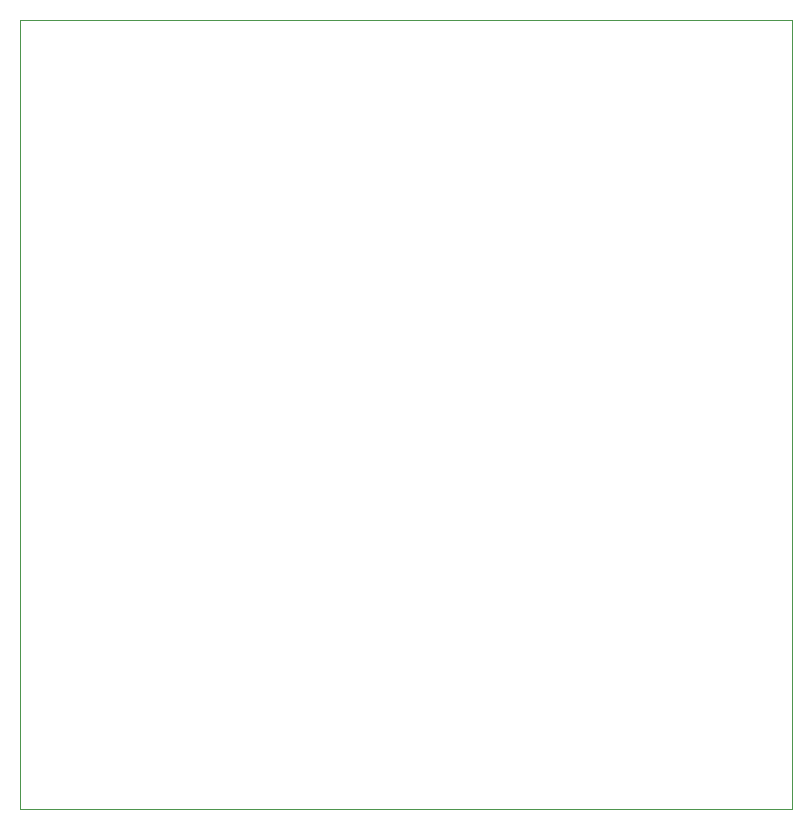
<source format=gbr>
%TF.GenerationSoftware,KiCad,Pcbnew,(5.1.5)-3*%
%TF.CreationDate,2020-09-10T16:10:11-05:00*%
%TF.ProjectId,UVLight,55564c69-6768-4742-9e6b-696361645f70,rev?*%
%TF.SameCoordinates,Original*%
%TF.FileFunction,Legend,Bot*%
%TF.FilePolarity,Positive*%
%FSLAX46Y46*%
G04 Gerber Fmt 4.6, Leading zero omitted, Abs format (unit mm)*
G04 Created by KiCad (PCBNEW (5.1.5)-3) date 2020-09-10 16:10:11*
%MOMM*%
%LPD*%
G04 APERTURE LIST*
%ADD10C,0.050000*%
G04 APERTURE END LIST*
D10*
X95885000Y-140462000D02*
X95885000Y-73660000D01*
X161290000Y-140462000D02*
X95885000Y-140462000D01*
X161290000Y-73660000D02*
X161290000Y-140462000D01*
X95885000Y-73660000D02*
X161290000Y-73660000D01*
M02*

</source>
